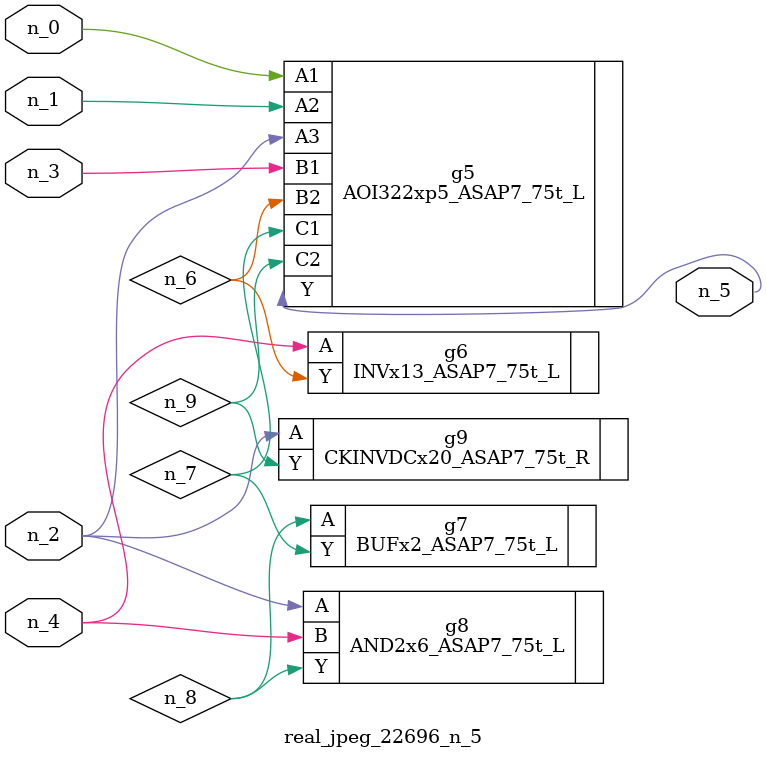
<source format=v>
module real_jpeg_22696_n_5 (n_4, n_0, n_1, n_2, n_3, n_5);

input n_4;
input n_0;
input n_1;
input n_2;
input n_3;

output n_5;

wire n_8;
wire n_6;
wire n_7;
wire n_9;

AOI322xp5_ASAP7_75t_L g5 ( 
.A1(n_0),
.A2(n_1),
.A3(n_2),
.B1(n_3),
.B2(n_6),
.C1(n_7),
.C2(n_9),
.Y(n_5)
);

AND2x6_ASAP7_75t_L g8 ( 
.A(n_2),
.B(n_4),
.Y(n_8)
);

CKINVDCx20_ASAP7_75t_R g9 ( 
.A(n_2),
.Y(n_9)
);

INVx13_ASAP7_75t_L g6 ( 
.A(n_4),
.Y(n_6)
);

BUFx2_ASAP7_75t_L g7 ( 
.A(n_8),
.Y(n_7)
);


endmodule
</source>
